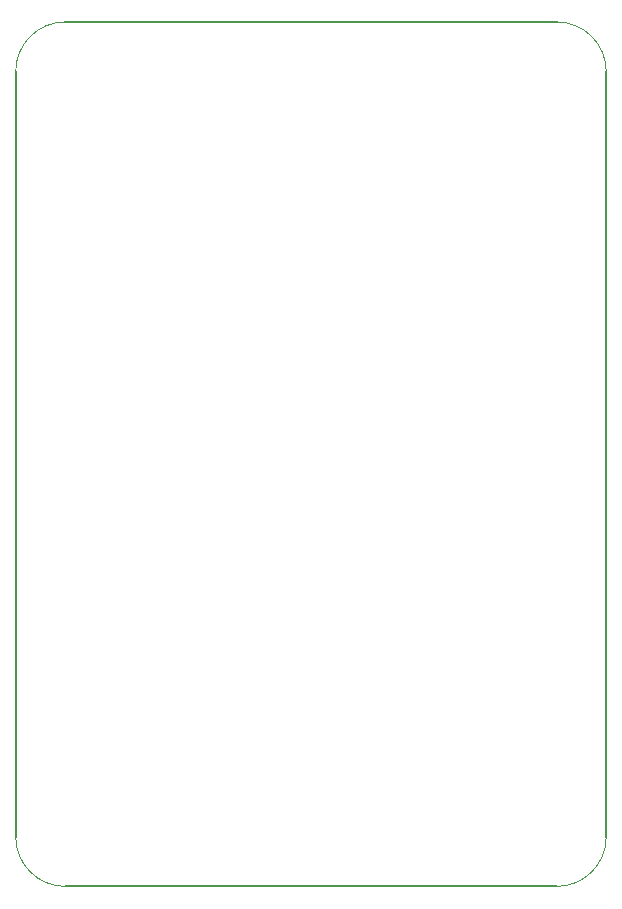
<source format=gbr>
%TF.GenerationSoftware,KiCad,Pcbnew,(6.0.7)*%
%TF.CreationDate,2022-11-12T16:10:30-08:00*%
%TF.ProjectId,Cublic,4375626c-6963-42e6-9b69-6361645f7063,rev?*%
%TF.SameCoordinates,Original*%
%TF.FileFunction,Profile,NP*%
%FSLAX46Y46*%
G04 Gerber Fmt 4.6, Leading zero omitted, Abs format (unit mm)*
G04 Created by KiCad (PCBNEW (6.0.7)) date 2022-11-12 16:10:30*
%MOMM*%
%LPD*%
G01*
G04 APERTURE LIST*
%TA.AperFunction,Profile*%
%ADD10C,0.100000*%
%TD*%
%TA.AperFunction,Profile*%
%ADD11C,0.150000*%
%TD*%
G04 APERTURE END LIST*
D10*
X-25000000Y-69000000D02*
G75*
G03*
X-20800000Y-73200000I4200000J0D01*
G01*
X20800000Y-73200000D02*
G75*
G03*
X25000000Y-69000000I0J4200000D01*
G01*
X25000000Y-4200000D02*
G75*
G03*
X20800000Y0I-4200000J0D01*
G01*
X-20800000Y0D02*
G75*
G03*
X-25000000Y-4200000I0J-4200000D01*
G01*
D11*
X-25000000Y-4200000D02*
X-25000000Y-69000000D01*
X20800000Y-73200000D02*
X-20800000Y-73200000D01*
X25000000Y-4200000D02*
X25000000Y-69000000D01*
X-20800000Y0D02*
X20800000Y0D01*
M02*

</source>
